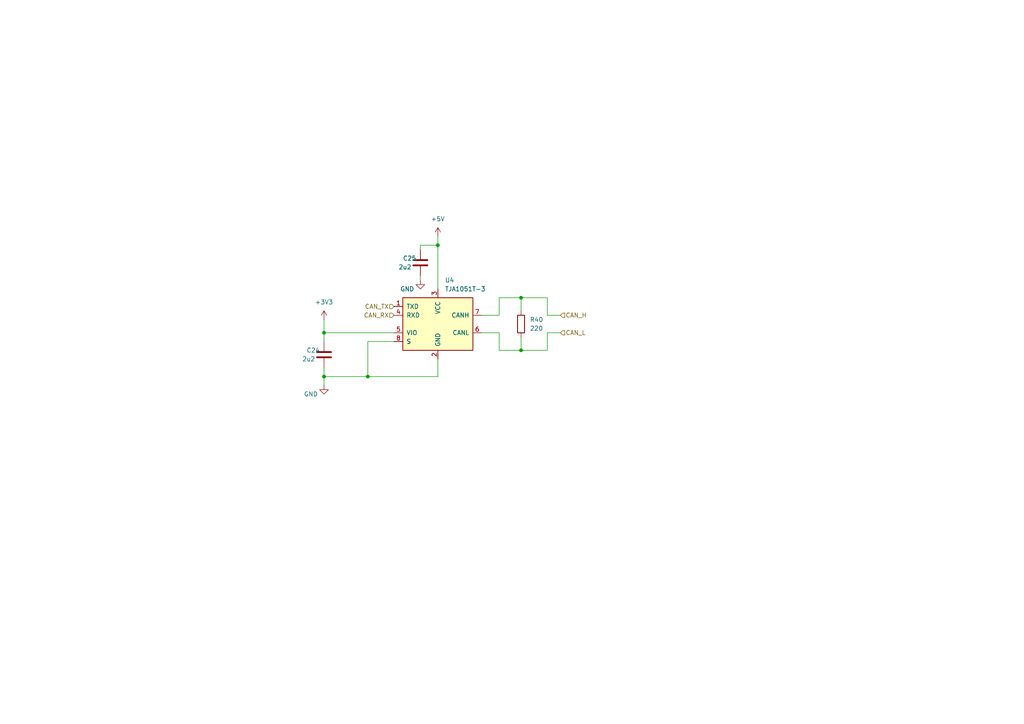
<source format=kicad_sch>
(kicad_sch (version 20211123) (generator eeschema)
  (paper "A4")
  (lib_symbols
    (symbol "Device:C" (pin_numbers hide) (pin_names (offset 0.254))
      (property "Reference" "C" (at 0.635 2.54 0))
      (property "Value" "C" (at 0.635 -2.54 0))
      (symbol "C_0_1"
        (polyline (pts (xy -2.032 -0.762) (xy 2.032 -0.762)) (stroke (width 0.508)))
        (polyline (pts (xy -2.032 0.762) (xy 2.032 0.762)) (stroke (width 0.508)))
      )
      (symbol "C_1_1"
        (pin passive line (at 0 3.81 270) (length 2.794) (name "~") (number "1"))
        (pin passive line (at 0 -3.81 90) (length 2.794) (name "~") (number "2"))
      )
    )
    (symbol "Device:R" (pin_numbers hide) (pin_names (offset 0))
      (property "Reference" "R" (at 2.032 0 90))
      (property "Value" "R" (at 0 0 90))
      (symbol "R_0_1"
        (rectangle (start -1.016 -2.54) (end 1.016 2.54) (stroke (width 0.254)))
      )
      (symbol "R_1_1"
        (pin passive line (at 0 3.81 270) (length 1.27) (name "~") (number "1"))
        (pin passive line (at 0 -3.81 90) (length 1.27) (name "~") (number "2"))
      )
    )
    (symbol "Interface_CAN_LIN:TJA1051T-3" (pin_names (offset 1.016))
      (property "Reference" "U" (at -10.16 8.89 0))
      (property "Value" "TJA1051T-3" (at 1.27 8.89 0))
      (symbol "TJA1051T-3_0_1"
        (rectangle (start -10.16 7.62) (end 10.16 -7.62) (stroke (width 0.254)) (fill (type background)))
      )
      (symbol "TJA1051T-3_1_1"
        (pin input line (at -12.7 5.08 0) (length 2.54) (name "TXD") (number "1"))
        (pin power_in line (at 0 -10.16 90) (length 2.54) (name "GND") (number "2"))
        (pin power_in line (at 0 10.16 270) (length 2.54) (name "VCC") (number "3"))
        (pin output line (at -12.7 2.54 0) (length 2.54) (name "RXD") (number "4"))
        (pin power_in line (at -12.7 -2.54 0) (length 2.54) (name "VIO") (number "5"))
        (pin bidirectional line (at 12.7 -2.54 180) (length 2.54) (name "CANL") (number "6"))
        (pin bidirectional line (at 12.7 2.54 180) (length 2.54) (name "CANH") (number "7"))
        (pin input line (at -12.7 -5.08 0) (length 2.54) (name "S") (number "8"))
      )
    )
    (symbol "power:+3V3" (power) (pin_names (offset 0))
      (property "Value" "+3V3" (at 0 3.556 0))
      (symbol "+3V3_0_1"
        (polyline (pts (xy -0.762 1.27) (xy 0 2.54)))
        (polyline (pts (xy 0 0) (xy 0 2.54)))
        (polyline (pts (xy 0 2.54) (xy 0.762 1.27)))
      )
      (symbol "+3V3_1_1"
        (pin power_in line (at 0 0 90) (length 0) hide (name "+3V3") (number "1"))
      )
    )
    (symbol "power:+5V" (power) (pin_names (offset 0))
      (property "Value" "+5V" (at 0 3.556 0))
      (symbol "+5V_0_1"
        (polyline (pts (xy -0.762 1.27) (xy 0 2.54)))
        (polyline (pts (xy 0 0) (xy 0 2.54)))
        (polyline (pts (xy 0 2.54) (xy 0.762 1.27)))
      )
      (symbol "+5V_1_1"
        (pin power_in line (at 0 0 90) (length 0) hide (name "+5V") (number "1"))
      )
    )
    (symbol "power:GND" (power) (pin_names (offset 0))
      (property "Value" "GND" (at 0 -3.81 0))
      (symbol "GND_0_1"
        (polyline (pts (xy 0 0) (xy 0 -1.27) (xy 1.27 -1.27) (xy 0 -2.54) (xy -1.27 -1.27) (xy 0 -1.27)))
      )
      (symbol "GND_1_1"
        (pin power_in line (at 0 0 270) (length 0) hide (name "GND") (number "1"))
      )
    )
  )
  (junction (at 93.98 109.22))
  (junction (at 93.98 96.52))
  (junction (at 151.13 101.6))
  (junction (at 127 71.12))
  (junction (at 151.13 86.36))
  (junction (at 106.68 109.22))
  (wire (pts (xy 127 109.22) (xy 106.68 109.22)))
  (wire (pts (xy 144.78 86.36) (xy 151.13 86.36)))
  (wire (pts (xy 144.78 91.44) (xy 144.78 86.36)))
  (wire (pts (xy 139.7 91.44) (xy 144.78 91.44)))
  (wire (pts (xy 139.7 96.52) (xy 144.78 96.52)))
  (wire (pts (xy 127 68.58) (xy 127 71.12)))
  (wire (pts (xy 93.98 109.22) (xy 93.98 111.76)))
  (wire (pts (xy 106.68 109.22) (xy 93.98 109.22)))
  (wire (pts (xy 127 71.12) (xy 127 83.82)))
  (wire (pts (xy 127 104.14) (xy 127 109.22)))
  (wire (pts (xy 144.78 101.6) (xy 151.13 101.6)))
  (wire (pts (xy 162.56 96.52) (xy 158.75 96.52)))
  (wire (pts (xy 93.98 106.68) (xy 93.98 109.22)))
  (wire (pts (xy 151.13 86.36) (xy 151.13 90.17)))
  (wire (pts (xy 158.75 91.44) (xy 158.75 86.36)))
  (wire (pts (xy 106.68 99.06) (xy 106.68 109.22)))
  (wire (pts (xy 114.3 99.06) (xy 106.68 99.06)))
  (wire (pts (xy 121.92 71.12) (xy 127 71.12)))
  (wire (pts (xy 158.75 86.36) (xy 151.13 86.36)))
  (wire (pts (xy 121.92 80.01) (xy 121.92 81.28)))
  (wire (pts (xy 158.75 96.52) (xy 158.75 101.6)))
  (wire (pts (xy 114.3 96.52) (xy 93.98 96.52)))
  (wire (pts (xy 158.75 101.6) (xy 151.13 101.6)))
  (wire (pts (xy 93.98 96.52) (xy 93.98 99.06)))
  (wire (pts (xy 93.98 92.71) (xy 93.98 96.52)))
  (wire (pts (xy 151.13 101.6) (xy 151.13 97.79)))
  (wire (pts (xy 144.78 96.52) (xy 144.78 101.6)))
  (wire (pts (xy 121.92 72.39) (xy 121.92 71.12)))
  (wire (pts (xy 162.56 91.44) (xy 158.75 91.44)))
  (hierarchical_label "CAN_RX" (shape input) (at 114.3 91.44 180))
  (hierarchical_label "CAN_TX" (shape input) (at 114.3 88.9 180))
  (hierarchical_label "CAN_L" (shape input) (at 162.56 96.52 0))
  (hierarchical_label "CAN_H" (shape input) (at 162.56 91.44 0))
  (symbol (lib_id "power:+5V") (at 127 68.58 0) (unit 1)
    (property "Reference" "#PWR06" (effects hide))
    (property "Value" "+5V" (at 127 63.5 0))
  )
  (symbol (lib_id "power:GND") (at 121.92 81.28 0) (unit 1)
    (property "Reference" "#PWR05" (effects hide))
    (property "Value" "GND" (at 118.11 83.82 0))
  )
  (symbol (lib_id "Device:C") (at 93.98 102.87 0) (unit 1)
    (property "Reference" "C24" (at 88.9 101.6 0) (effects (justify left)))
    (property "Value" "2u2" (at 87.63 104.14 0) (effects (justify left)))
    (property "Footprint" "Capacitor_SMD:C_0805_2012Metric" (effects hide))
  )
  (symbol (lib_id "Interface_CAN_LIN:TJA1051T-3") (at 127 93.98 0) (unit 1)
    (property "Reference" "U4" (at 129.0194 81.28 0) (effects (justify left)))
    (property "Value" "TJA1051T-3" (at 129.0194 83.82 0) (effects (justify left)))
    (property "Footprint" "Package_SO:SOIC-8_3.9x4.9mm_P1.27mm" (effects hide))
    (property "Datasheet" "http://www.nxp.com/documents/data_sheet/TJA1051.pdf" (effects hide))
  )
  (symbol (lib_id "Device:C") (at 121.92 76.2 0) (unit 1)
    (property "Reference" "C25" (at 116.84 74.93 0) (effects (justify left)))
    (property "Value" "2u2" (at 115.57 77.47 0) (effects (justify left)))
    (property "Footprint" "Capacitor_SMD:C_0805_2012Metric" (effects hide))
  )
  (symbol (lib_id "power:+3V3") (at 93.98 92.71 0) (unit 1)
    (property "Reference" "#PWR03" (effects hide))
    (property "Value" "+3V3" (at 93.98 87.63 0))
  )
  (symbol (lib_id "Device:R") (at 151.13 93.98 0) (unit 1)
    (property "Reference" "R40" (at 153.67 92.7099 0) (effects (justify left)))
    (property "Value" "220" (at 153.67 95.2499 0) (effects (justify left)))
    (property "Footprint" "Resistor_SMD:R_0805_2012Metric" (effects hide))
  )
  (symbol (lib_id "power:GND") (at 93.98 111.76 0) (unit 1)
    (property "Reference" "#PWR04" (effects hide))
    (property "Value" "GND" (at 90.17 114.3 0))
  )
)
</source>
